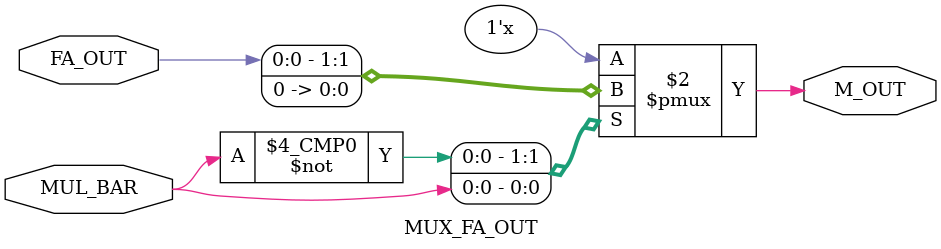
<source format=v>
module MUX_FA_OUT(
    input  wire FA_OUT,
    input  wire MUL_BAR,
    output reg  M_OUT
);

localparam MUL = 0,
           DIV = 1;

always @(*) begin
    case(MUL_BAR)
        MUL: M_OUT = FA_OUT;
        DIV: M_OUT = 1'b0 ; 
    endcase
end

endmodule



</source>
